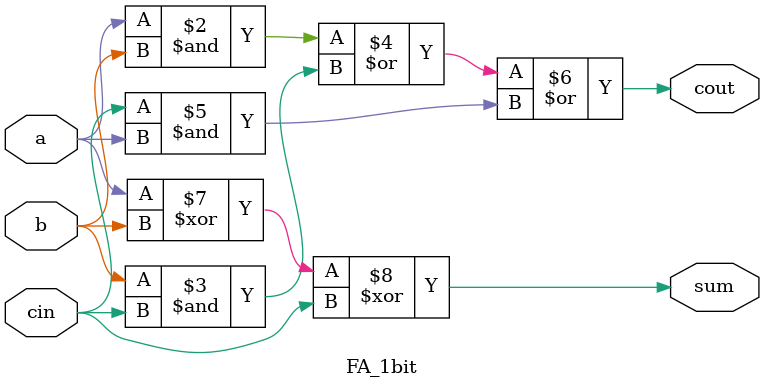
<source format=v>
module FA_1bit(
	a,
	b,
    cin,
	sum,
    cout
	);
     
// I/O ports
input  a;
input  b;
input  cin;
output reg sum;
output reg cout;

// Internal Signals

// Main function
always @(*) begin
	cout <= (a & b) | (b & cin) | (cin & a);
	sum <= a ^ b ^ cin;
end

endmodule                  
</source>
